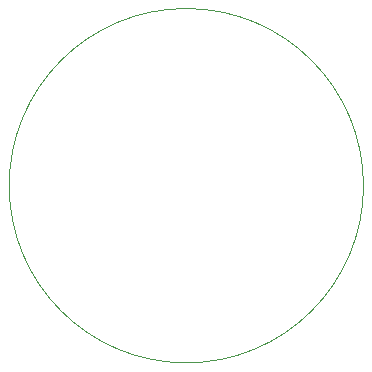
<source format=gbr>
%TF.GenerationSoftware,KiCad,Pcbnew,9.0.3*%
%TF.CreationDate,2025-07-22T22:17:19-05:00*%
%TF.ProjectId,openoshi-lightboard,6f70656e-6f73-4686-992d-6c6967687462,rev?*%
%TF.SameCoordinates,Original*%
%TF.FileFunction,Profile,NP*%
%FSLAX46Y46*%
G04 Gerber Fmt 4.6, Leading zero omitted, Abs format (unit mm)*
G04 Created by KiCad (PCBNEW 9.0.3) date 2025-07-22 22:17:19*
%MOMM*%
%LPD*%
G01*
G04 APERTURE LIST*
%TA.AperFunction,Profile*%
%ADD10C,0.050000*%
%TD*%
G04 APERTURE END LIST*
D10*
X165000000Y-100000000D02*
G75*
G02*
X135000000Y-100000000I-15000000J0D01*
G01*
X135000000Y-100000000D02*
G75*
G02*
X165000000Y-100000000I15000000J0D01*
G01*
M02*

</source>
